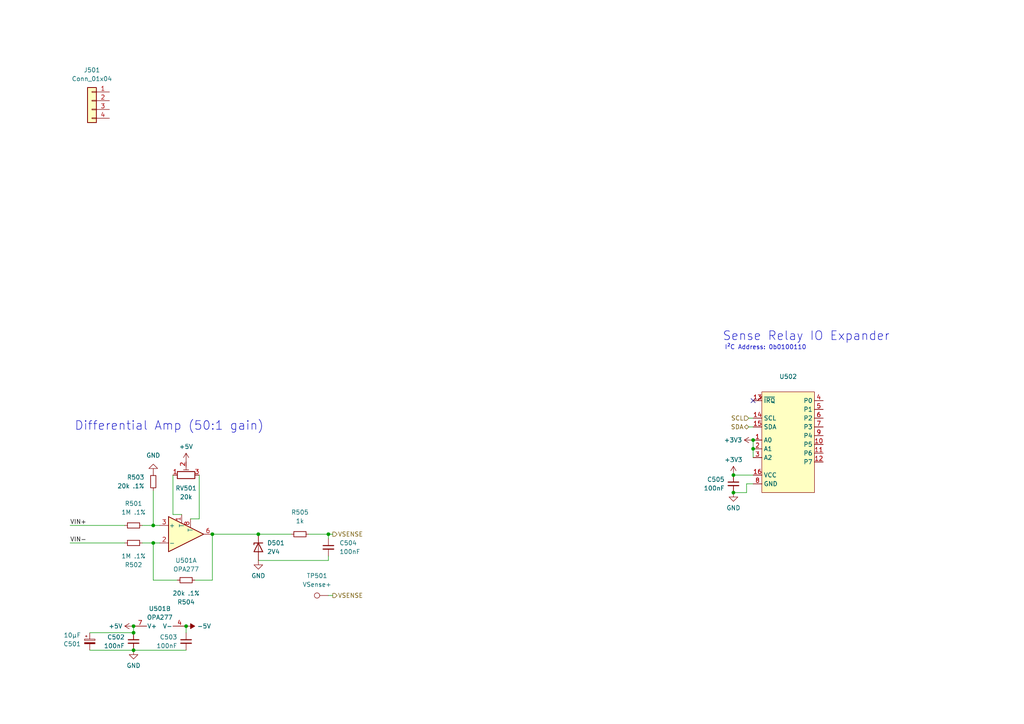
<source format=kicad_sch>
(kicad_sch (version 20211123) (generator eeschema)
  (paper "A4")
  (lib_symbols
    (symbol "Connector:TestPoint" (pin_numbers hide) (pin_names (offset 0.762) hide)
      (property "Reference" "TP" (at 0 6.858 0))
      (property "Value" "TestPoint" (at 0 5.08 0))
      (symbol "TestPoint_0_1"
        (circle (center 0 3.302) (radius 0.762))
      )
      (symbol "TestPoint_1_1"
        (pin passive line (at 0 0 90) (length 2.54) (name "1") (number "1"))
      )
    )
    (symbol "Connector_Generic:Conn_01x04" (pin_names (offset 1.016) hide)
      (property "Reference" "J" (at 0 5.08 0))
      (property "Value" "Conn_01x04" (at 0 -7.62 0))
      (symbol "Conn_01x04_1_1"
        (rectangle (start -1.27 -4.953) (end 0 -5.207) (stroke (width 0.1524)))
        (rectangle (start -1.27 -2.413) (end 0 -2.667) (stroke (width 0.1524)))
        (rectangle (start -1.27 0.127) (end 0 -0.127) (stroke (width 0.1524)))
        (rectangle (start -1.27 2.667) (end 0 2.413) (stroke (width 0.1524)))
        (rectangle (start -1.27 3.81) (end 1.27 -6.35) (stroke (width 0.254)) (fill (type background)))
        (pin passive line (at -5.08 2.54 0) (length 3.81) (name "Pin_1") (number "1"))
        (pin passive line (at -5.08 0 0) (length 3.81) (name "Pin_2") (number "2"))
        (pin passive line (at -5.08 -2.54 0) (length 3.81) (name "Pin_3") (number "3"))
        (pin passive line (at -5.08 -5.08 0) (length 3.81) (name "Pin_4") (number "4"))
      )
    )
    (symbol "Device:C_Polarized_Small" (pin_numbers hide) (pin_names (offset 0.254) hide)
      (property "Reference" "C" (at 0.254 1.778 0))
      (property "Value" "C_Polarized_Small" (at 0.254 -2.032 0))
      (symbol "C_Polarized_Small_0_1"
        (rectangle (start -1.524 -0.3048) (end 1.524 -0.6858) (fill (type outline)))
        (rectangle (start -1.524 0.6858) (end 1.524 0.3048))
        (polyline (pts (xy -1.27 1.524) (xy -0.762 1.524)))
        (polyline (pts (xy -1.016 1.27) (xy -1.016 1.778)))
      )
      (symbol "C_Polarized_Small_1_1"
        (pin passive line (at 0 2.54 270) (length 1.8542) (name "~") (number "1"))
        (pin passive line (at 0 -2.54 90) (length 1.8542) (name "~") (number "2"))
      )
    )
    (symbol "Device:C_Small" (pin_numbers hide) (pin_names (offset 0.254) hide)
      (property "Reference" "C" (at 0.254 1.778 0))
      (property "Value" "C_Small" (at 0.254 -2.032 0))
      (symbol "C_Small_0_1"
        (polyline (pts (xy -1.524 -0.508) (xy 1.524 -0.508)) (stroke (width 0.3302)))
        (polyline (pts (xy -1.524 0.508) (xy 1.524 0.508)) (stroke (width 0.3048)))
      )
      (symbol "C_Small_1_1"
        (pin passive line (at 0 2.54 270) (length 2.032) (name "~") (number "1"))
        (pin passive line (at 0 -2.54 90) (length 2.032) (name "~") (number "2"))
      )
    )
    (symbol "Device:D_Zener" (pin_numbers hide) (pin_names (offset 1.016) hide)
      (property "Reference" "D" (at 0 2.54 0))
      (property "Value" "D_Zener" (at 0 -2.54 0))
      (symbol "D_Zener_0_1"
        (polyline (pts (xy 1.27 0) (xy -1.27 0)))
        (polyline (pts (xy -1.27 -1.27) (xy -1.27 1.27) (xy -0.762 1.27)) (stroke (width 0.254)))
        (polyline (pts (xy 1.27 -1.27) (xy 1.27 1.27) (xy -1.27 0) (xy 1.27 -1.27)) (stroke (width 0.254)))
      )
      (symbol "D_Zener_1_1"
        (pin passive line (at -3.81 0 0) (length 2.54) (name "K") (number "1"))
        (pin passive line (at 3.81 0 180) (length 2.54) (name "A") (number "2"))
      )
    )
    (symbol "Device:R_Potentiometer_Trim" (pin_names (offset 1.016) hide)
      (property "Reference" "RV" (at -4.445 0 90))
      (property "Value" "R_Potentiometer_Trim" (at -2.54 0 90))
      (symbol "R_Potentiometer_Trim_0_1"
        (polyline (pts (xy 1.524 0.762) (xy 1.524 -0.762)))
        (polyline (pts (xy 2.54 0) (xy 1.524 0)))
        (rectangle (start 1.016 2.54) (end -1.016 -2.54) (stroke (width 0.254)))
      )
      (symbol "R_Potentiometer_Trim_1_1"
        (pin passive line (at 0 3.81 270) (length 1.27) (name "1") (number "1"))
        (pin passive line (at 3.81 0 180) (length 1.27) (name "2") (number "2"))
        (pin passive line (at 0 -3.81 90) (length 1.27) (name "3") (number "3"))
      )
    )
    (symbol "Device:R_Small" (pin_numbers hide) (pin_names (offset 0.254) hide)
      (property "Reference" "R" (at 0.762 0.508 0))
      (property "Value" "R_Small" (at 0.762 -1.016 0))
      (symbol "R_Small_0_1"
        (rectangle (start -0.762 1.778) (end 0.762 -1.778) (stroke (width 0.2032)))
      )
      (symbol "R_Small_1_1"
        (pin passive line (at 0 2.54 270) (length 0.762) (name "~") (number "1"))
        (pin passive line (at 0 -2.54 90) (length 0.762) (name "~") (number "2"))
      )
    )
    (symbol "power:+3V3" (power) (pin_names (offset 0))
      (property "Value" "+3V3" (at 0 3.556 0))
      (symbol "+3V3_0_1"
        (polyline (pts (xy -0.762 1.27) (xy 0 2.54)))
        (polyline (pts (xy 0 0) (xy 0 2.54)))
        (polyline (pts (xy 0 2.54) (xy 0.762 1.27)))
      )
      (symbol "+3V3_1_1"
        (pin power_in line (at 0 0 90) (length 0) hide (name "+3V3") (number "1"))
      )
    )
    (symbol "power:+5V" (power) (pin_names (offset 0))
      (property "Value" "+5V" (at 0 3.556 0))
      (symbol "+5V_0_1"
        (polyline (pts (xy -0.762 1.27) (xy 0 2.54)))
        (polyline (pts (xy 0 0) (xy 0 2.54)))
        (polyline (pts (xy 0 2.54) (xy 0.762 1.27)))
      )
      (symbol "+5V_1_1"
        (pin power_in line (at 0 0 90) (length 0) hide (name "+5V") (number "1"))
      )
    )
    (symbol "power:-5V" (power) (pin_names (offset 0))
      (property "Value" "-5V" (at 0 3.81 0))
      (symbol "-5V_0_0"
        (pin power_in line (at 0 0 90) (length 0) hide (name "-5V") (number "1"))
      )
      (symbol "-5V_0_1"
        (polyline (pts (xy 0 0) (xy 0 1.27) (xy 0.762 1.27) (xy 0 2.54) (xy -0.762 1.27) (xy 0 1.27)) (fill (type outline)))
      )
    )
    (symbol "power:GND" (power) (pin_names (offset 0))
      (property "Value" "GND" (at 0 -3.81 0))
      (symbol "GND_0_1"
        (polyline (pts (xy 0 0) (xy 0 -1.27) (xy 1.27 -1.27) (xy 0 -2.54) (xy -1.27 -1.27) (xy 0 -1.27)))
      )
      (symbol "GND_1_1"
        (pin power_in line (at 0 0 270) (length 0) hide (name "GND") (number "1"))
      )
    )
    (symbol "programmable-load:OPA277" (pin_names (offset 0.127))
      (property "Reference" "U" (at -5.08 8.89 0))
      (property "Value" "OPA277" (at 0 -5.08 0))
      (symbol "OPA277_1_1"
        (polyline (pts (xy -5.08 5.08) (xy 5.08 0) (xy -5.08 -5.08) (xy -5.08 5.08)) (stroke (width 0.254)) (fill (type background)))
        (pin passive line (at -1.27 5.715 270) (length 2.54) (name "T") (number "1"))
        (pin input line (at -7.62 -2.54 0) (length 2.54) (name "-") (number "2"))
        (pin input line (at -7.62 2.54 0) (length 2.54) (name "+") (number "3"))
        (pin no_connect line (at 5.08 -3.81 180) (length 2.54) hide (name "NC") (number "5"))
        (pin output line (at 7.62 0 180) (length 2.54) (name "~") (number "6"))
        (pin passive line (at 1.27 4.445 270) (length 2.54) (name "T") (number "8"))
      )
      (symbol "OPA277_2_1"
        (pin power_in line (at -2.54 -7.62 90) (length 3.81) (name "V-") (number "4"))
        (pin power_in line (at -2.54 7.62 270) (length 3.81) (name "V+") (number "7"))
      )
    )
    (symbol "programmable-load:XRA1200"
      (property "Reference" "U" (at 0 1.27 0))
      (property "Value" "XRA1200" (at 0 3.81 0))
      (symbol "XRA1200_0_1"
        (rectangle (start -7.62 0) (end 7.62 -29.21) (fill (type background)))
      )
      (symbol "XRA1200_1_1"
        (pin input line (at -10.16 -13.97 0) (length 2.54) (name "A0") (number "1"))
        (pin bidirectional line (at 10.16 -15.24 180) (length 2.54) (name "P5") (number "10"))
        (pin bidirectional line (at 10.16 -17.78 180) (length 2.54) (name "P6") (number "11"))
        (pin bidirectional line (at 10.16 -20.32 180) (length 2.54) (name "P7") (number "12"))
        (pin output output_low (at -10.16 -2.54 0) (length 2.54) (name "~{IRQ}") (number "13"))
        (pin bidirectional line (at -10.16 -7.62 0) (length 2.54) (name "SCL") (number "14"))
        (pin bidirectional line (at -10.16 -10.16 0) (length 2.54) (name "SDA") (number "15"))
        (pin power_in line (at -10.16 -24.13 0) (length 2.54) (name "VCC") (number "16"))
        (pin input line (at -10.16 -16.51 0) (length 2.54) (name "A1") (number "2"))
        (pin input line (at -10.16 -19.05 0) (length 2.54) (name "A2") (number "3"))
        (pin bidirectional line (at 10.16 -2.54 180) (length 2.54) (name "P0") (number "4"))
        (pin bidirectional line (at 10.16 -5.08 180) (length 2.54) (name "P1") (number "5"))
        (pin bidirectional line (at 10.16 -7.62 180) (length 2.54) (name "P2") (number "6"))
        (pin bidirectional line (at 10.16 -10.16 180) (length 2.54) (name "P3") (number "7"))
        (pin power_in line (at -10.16 -26.67 0) (length 2.54) (name "GND") (number "8"))
        (pin bidirectional line (at 10.16 -12.7 180) (length 2.54) (name "P4") (number "9"))
      )
    )
  )
  (junction (at 38.735 181.61))
  (junction (at 38.735 183.515))
  (junction (at 212.725 142.875))
  (junction (at 212.725 137.795))
  (junction (at 218.44 127.635))
  (junction (at 53.975 181.61))
  (junction (at 95.25 154.94))
  (junction (at 44.45 157.48))
  (junction (at 218.44 130.175))
  (junction (at 74.93 154.94))
  (junction (at 44.45 152.4))
  (junction (at 61.595 154.94))
  (junction (at 38.735 188.595))
  (no_connect (at 218.44 116.205))
  (wire (pts (xy 41.275 157.48) (xy 44.45 157.48)))
  (wire (pts (xy 212.725 142.875) (xy 216.535 142.875)))
  (wire (pts (xy 36.195 152.4) (xy 20.32 152.4)))
  (wire (pts (xy 217.17 121.285) (xy 218.44 121.285)))
  (wire (pts (xy 52.705 149.225) (xy 50.165 149.225)))
  (wire (pts (xy 74.93 162.56) (xy 95.25 162.56)))
  (wire (pts (xy 51.435 168.275) (xy 44.45 168.275)))
  (wire (pts (xy 61.595 154.94) (xy 74.93 154.94)))
  (wire (pts (xy 61.595 168.275) (xy 61.595 154.94)))
  (wire (pts (xy 44.45 157.48) (xy 46.355 157.48)))
  (wire (pts (xy 36.195 157.48) (xy 20.32 157.48)))
  (wire (pts (xy 95.25 162.56) (xy 95.25 161.29)))
  (wire (pts (xy 38.735 181.61) (xy 38.735 183.515)))
  (wire (pts (xy 41.275 152.4) (xy 44.45 152.4)))
  (wire (pts (xy 95.25 154.94) (xy 95.25 156.21)))
  (wire (pts (xy 44.45 168.275) (xy 44.45 157.48)))
  (wire (pts (xy 57.785 150.495) (xy 57.785 137.795)))
  (wire (pts (xy 218.44 127.635) (xy 218.44 130.175)))
  (wire (pts (xy 218.44 130.175) (xy 218.44 132.715)))
  (wire (pts (xy 53.975 181.61) (xy 53.975 183.515)))
  (wire (pts (xy 95.25 172.72) (xy 96.52 172.72)))
  (wire (pts (xy 26.035 188.595) (xy 38.735 188.595)))
  (wire (pts (xy 38.735 188.595) (xy 53.975 188.595)))
  (wire (pts (xy 74.93 154.94) (xy 84.455 154.94)))
  (wire (pts (xy 212.725 137.795) (xy 218.44 137.795)))
  (wire (pts (xy 217.17 123.825) (xy 218.44 123.825)))
  (wire (pts (xy 50.165 149.225) (xy 50.165 137.795)))
  (wire (pts (xy 56.515 168.275) (xy 61.595 168.275)))
  (wire (pts (xy 89.535 154.94) (xy 95.25 154.94)))
  (wire (pts (xy 26.035 183.515) (xy 38.735 183.515)))
  (wire (pts (xy 216.535 142.875) (xy 216.535 140.335)))
  (wire (pts (xy 216.535 140.335) (xy 218.44 140.335)))
  (wire (pts (xy 44.45 152.4) (xy 46.355 152.4)))
  (wire (pts (xy 95.25 154.94) (xy 96.52 154.94)))
  (wire (pts (xy 44.45 142.24) (xy 44.45 152.4)))
  (wire (pts (xy 55.245 150.495) (xy 57.785 150.495)))
  (text "Sense Relay IO Expander" (at 209.55 99.06 0) (effects (font (size 2.54 2.54)) (justify left bottom)))
  (text "I²C Address: 0b0100110" (at 210.185 101.6 0) (effects (font (size 1.27 1.27)) (justify left bottom)))
  (text "Differential Amp (50:1 gain)" (at 21.59 125.095 0) (effects (font (size 2.54 2.54)) (justify left bottom)))
  (label "VIN-" (at 20.32 157.48 0))
  (label "VIN+" (at 20.32 152.4 0))
  (hierarchical_label "VSENSE" (shape output) (at 96.52 172.72 0))
  (hierarchical_label "SDA" (shape bidirectional) (at 217.17 123.825 180))
  (hierarchical_label "SCL" (shape input) (at 217.17 121.285 180))
  (hierarchical_label "VSENSE" (shape output) (at 96.52 154.94 0))
  (symbol (lib_id "power:+5V") (at 38.735 181.61 90) (unit 1)
    (property "Reference" "#PWR0501" (effects hide))
    (property "Value" "+5V" (at 35.56 181.6099 90) (effects (justify left)))
  )
  (symbol (lib_id "programmable-load:OPA277") (at 53.975 154.94 0) (unit 1)
    (property "Reference" "U501" (at 53.975 162.56 0))
    (property "Value" "OPA277" (at 53.975 165.1 0))
    (property "Footprint" "Package_SO:SOIC-8_3.9x4.9mm_P1.27mm" (effects hide))
    (property "Datasheet" "https://www.analog.com/media/en/technical-documentation/data-sheets/OP179_279.pdf" (effects hide))
  )
  (symbol (lib_id "power:GND") (at 74.93 162.56 0) (unit 1)
    (property "Reference" "#PWR0506" (effects hide))
    (property "Value" "GND" (at 74.93 167.005 0))
  )
  (symbol (lib_id "Device:R_Small") (at 86.995 154.94 90) (unit 1)
    (property "Reference" "R505" (at 86.995 148.59 90))
    (property "Value" "1k" (at 86.995 151.13 90))
  )
  (symbol (lib_id "Device:D_Zener") (at 74.93 158.75 90) (mirror x) (unit 1)
    (property "Reference" "D501" (at 77.47 157.4799 90) (effects (justify right)))
    (property "Value" "2V4" (at 77.47 160.0199 90) (effects (justify right)))
    (property "Footprint" "Diode_SMD:D_MiniMELF_Handsoldering" (effects hide))
    (property "MPN" "BZV55-C2V4,135" (effects hide))
  )
  (symbol (lib_id "Device:R_Small") (at 53.975 168.275 270) (unit 1)
    (property "Reference" "R504" (at 53.975 174.625 90))
    (property "Value" "20k .1%" (at 53.975 172.085 90))
    (property "Footprint" "Resistor_SMD:R_0805_2012Metric_Pad1.20x1.40mm_HandSolder" (effects hide))
    (property "MPN" "ERA-6ARB203V" (effects hide))
  )
  (symbol (lib_id "programmable-load:OPA277") (at 46.355 179.07 90) (unit 2)
    (property "Reference" "U501" (at 46.355 176.53 90))
    (property "Value" "OPA277" (at 46.355 179.07 90))
    (property "Footprint" "Package_SO:SOIC-8_3.9x4.9mm_P1.27mm" (effects hide))
    (property "Datasheet" "https://www.analog.com/media/en/technical-documentation/data-sheets/OP179_279.pdf" (effects hide))
  )
  (symbol (lib_id "programmable-load:XRA1200") (at 228.6 113.665 0) (unit 1)
    (property "Reference" "U502" (at 228.6 109.22 0))
    (property "Datasheet" "https://www.mouser.com/datasheet/2/146/xra1200_100_092011-1856036.pdf" (effects hide))
  )
  (symbol (lib_id "power:+3V3") (at 218.44 127.635 90) (unit 1)
    (property "Reference" "#PWR0507" (effects hide))
  )
  (symbol (lib_id "power:GND") (at 44.45 137.16 180) (unit 1)
    (property "Reference" "#PWR0503" (effects hide))
    (property "Value" "GND" (at 44.45 132.08 0))
  )
  (symbol (lib_id "power:GND") (at 38.735 188.595 0) (unit 1)
    (property "Reference" "#PWR0502" (effects hide))
    (property "Value" "GND" (at 38.735 193.04 0))
  )
  (symbol (lib_id "power:+5V") (at 53.975 133.985 0) (unit 1)
    (property "Reference" "#PWR0504" (effects hide))
    (property "Value" "+5V" (at 53.975 129.54 0))
  )
  (symbol (lib_id "Connector:TestPoint") (at 95.25 172.72 90) (mirror x) (unit 1)
    (property "Reference" "TP501" (at 91.948 167.005 90))
    (property "Value" "VSense+" (at 91.948 169.545 90))
    (property "Footprint" "TestPoint:TestPoint_Keystone_5000-5004_Miniature" (effects hide))
    (property "Color" "Yellow" (effects hide))
    (property "MPN" "5004" (effects hide))
  )
  (symbol (lib_id "Device:R_Small") (at 38.735 157.48 270) (unit 1)
    (property "Reference" "R502" (at 38.735 163.83 90))
    (property "Value" "1M .1%" (at 38.735 161.29 90))
    (property "Footprint" "Resistor_SMD:R_0805_2012Metric_Pad1.20x1.40mm_HandSolder" (effects hide))
    (property "MPN" "RN73C2A1M0BTDF" (effects hide))
  )
  (symbol (lib_id "power:+3V3") (at 212.725 137.795 0) (unit 1)
    (property "Reference" "#PWR0509" (effects hide))
  )
  (symbol (lib_id "Device:C_Small") (at 212.725 140.335 0) (mirror y) (unit 1)
    (property "Reference" "C505" (at 210.185 139.0712 0) (effects (justify left)))
    (property "Value" "100nF" (at 210.185 141.6112 0) (effects (justify left)))
    (property "Footprint" "Capacitor_SMD:C_0805_2012Metric_Pad1.18x1.45mm_HandSolder" (effects hide))
  )
  (symbol (lib_id "Device:R_Small") (at 38.735 152.4 90) (unit 1)
    (property "Reference" "R501" (at 38.735 146.05 90))
    (property "Value" "1M .1%" (at 38.735 148.59 90))
    (property "Footprint" "Resistor_SMD:R_0805_2012Metric_Pad1.20x1.40mm_HandSolder" (effects hide))
    (property "MPN" "RN73C2A1M0BTDF" (effects hide))
  )
  (symbol (lib_id "Device:C_Small") (at 53.975 186.055 0) (mirror y) (unit 1)
    (property "Reference" "C503" (at 51.435 184.7912 0) (effects (justify left)))
    (property "Value" "100nF" (at 51.435 187.3312 0) (effects (justify left)))
    (property "Footprint" "Capacitor_SMD:C_0805_2012Metric_Pad1.18x1.45mm_HandSolder" (effects hide))
  )
  (symbol (lib_id "power:GND") (at 212.725 142.875 0) (unit 1)
    (property "Reference" "#PWR0508" (effects hide))
  )
  (symbol (lib_id "Device:R_Small") (at 44.45 139.7 0) (mirror x) (unit 1)
    (property "Reference" "R503" (at 41.91 138.4299 0) (effects (justify right)))
    (property "Value" "20k .1%" (at 41.91 140.9699 0) (effects (justify right)))
    (property "Footprint" "Resistor_SMD:R_0805_2012Metric_Pad1.20x1.40mm_HandSolder" (effects hide))
    (property "MPN" "ERA-6ARB203V" (effects hide))
  )
  (symbol (lib_id "Device:C_Polarized_Small") (at 26.035 186.055 0) (unit 1)
    (property "Reference" "C501" (at 23.495 186.779 0) (effects (justify right)))
    (property "Value" "10µF" (at 23.495 184.239 0) (effects (justify right)))
    (property "Footprint" "Capacitor_Tantalum_SMD:CP_EIA-3216-18_Kemet-A_Pad1.58x1.35mm_HandSolder" (effects hide))
    (property "MPN" "TAJA106K016RNJ" (effects hide))
  )
  (symbol (lib_id "Device:C_Small") (at 95.25 158.75 0) (unit 1)
    (property "Reference" "C504" (at 98.425 157.4862 0) (effects (justify left)))
    (property "Value" "100nF" (at 98.425 160.0262 0) (effects (justify left)))
    (property "Footprint" "Capacitor_SMD:C_0805_2012Metric_Pad1.18x1.45mm_HandSolder" (effects hide))
  )
  (symbol (lib_id "power:-5V") (at 53.975 181.61 270) (unit 1)
    (property "Reference" "#PWR0505" (effects hide))
    (property "Value" "-5V" (at 57.15 181.6099 90) (effects (justify left)))
  )
  (symbol (lib_id "Device:C_Small") (at 38.735 186.055 0) (mirror y) (unit 1)
    (property "Reference" "C502" (at 36.195 184.7912 0) (effects (justify left)))
    (property "Value" "100nF" (at 36.195 187.3312 0) (effects (justify left)))
    (property "Footprint" "Capacitor_SMD:C_0805_2012Metric_Pad1.18x1.45mm_HandSolder" (effects hide))
  )
  (symbol (lib_id "Device:R_Potentiometer_Trim") (at 53.975 137.795 90) (unit 1)
    (property "Reference" "RV501" (at 53.975 141.605 90))
    (property "Value" "20k" (at 53.975 144.145 90))
    (property "Footprint" "programmable-load:Potentiometer_Nidec_Copal_CT94EY" (effects hide))
    (property "MPN" "CT-94EY203" (effects hide))
  )
  (symbol (lib_id "Connector_Generic:Conn_01x04") (at 26.67 29.21 0) (mirror y) (unit 1)
    (property "Reference" "J501" (at 26.67 20.32 0))
    (property "Value" "Conn_01x04" (at 26.67 22.86 0))
    (property "Footprint" "programmable-load:CUI_TBLH10-350-04BK" (effects hide))
  )
)
</source>
